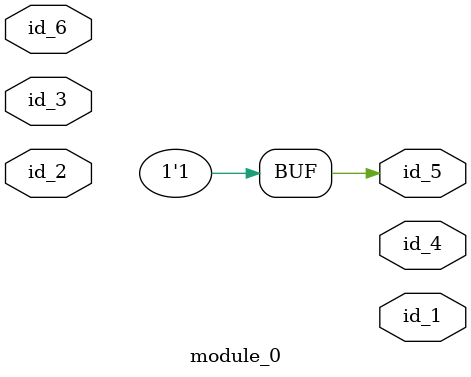
<source format=v>
`define pp_6 0
module module_0 (
    id_1,
    id_2,
    id_3,
    id_4,
    id_5,
    id_6
);
  inout id_6;
  output id_5;
  output id_4;
  inout id_3;
  inout id_2;
  output id_1;
  assign id_5 = 1;
endmodule

</source>
